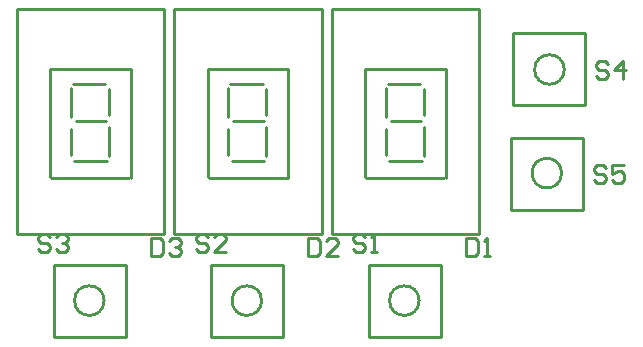
<source format=gto>
G04 Layer_Color=65535*
%FSLAX44Y44*%
%MOMM*%
G71*
G01*
G75*
%ADD11C,0.2540*%
D11*
X1687830Y1207100D02*
G03*
X1687830Y1207100I-12530J0D01*
G01*
X1690030Y1294800D02*
G03*
X1690030Y1294800I-12530J0D01*
G01*
X1567180Y1099150D02*
G03*
X1567180Y1099150I-12530J0D01*
G01*
X1433830D02*
G03*
X1433830Y1099150I-12530J0D01*
G01*
X1300480D02*
G03*
X1300480Y1099150I-12530J0D01*
G01*
X1645300Y1176100D02*
X1706300D01*
Y1237100D01*
X1645300D02*
X1706300D01*
X1645300Y1176100D02*
Y1237100D01*
X1646500Y1325800D02*
X1707500D01*
X1646500Y1264800D02*
Y1325800D01*
Y1264800D02*
X1707500D01*
Y1325800D01*
X1524650Y1068150D02*
X1585650D01*
Y1129150D01*
X1524650D02*
X1585650D01*
X1524650Y1068150D02*
Y1129150D01*
X1391300Y1068150D02*
X1452300D01*
Y1129150D01*
X1391300D02*
X1452300D01*
X1391300Y1068150D02*
Y1129150D01*
X1257950Y1068150D02*
X1318950D01*
Y1129150D01*
X1257950D02*
X1318950D01*
X1257950Y1068150D02*
Y1129150D01*
X1255014Y1203452D02*
Y1295400D01*
X1255522Y1202944D02*
X1321816D01*
X1323086D02*
Y1295400D01*
X1255014D02*
X1323086D01*
X1304290Y1221740D02*
Y1245870D01*
X1272286Y1222248D02*
Y1244092D01*
X1275080Y1217676D02*
X1302512D01*
X1274064Y1282954D02*
X1301496D01*
X1304290Y1256538D02*
Y1278382D01*
X1276350Y1251458D02*
X1302258D01*
X1272286Y1254760D02*
Y1278890D01*
X1226566Y1345766D02*
X1351566D01*
Y1155766D02*
Y1345766D01*
X1226566Y1155766D02*
X1351566D01*
X1226566D02*
Y1345766D01*
X1388364Y1203452D02*
Y1295400D01*
X1388872Y1202944D02*
X1455166D01*
X1456436D02*
Y1295400D01*
X1388364D02*
X1456436D01*
X1437640Y1221740D02*
Y1245870D01*
X1405636Y1222248D02*
Y1244092D01*
X1408430Y1217676D02*
X1435862D01*
X1407414Y1282954D02*
X1434846D01*
X1437640Y1256538D02*
Y1278382D01*
X1409700Y1251458D02*
X1435608D01*
X1405636Y1254760D02*
Y1278890D01*
X1359916Y1345766D02*
X1484916D01*
Y1155766D02*
Y1345766D01*
X1359916Y1155766D02*
X1484916D01*
X1359916D02*
Y1345766D01*
X1521714Y1203452D02*
Y1295400D01*
X1522222Y1202944D02*
X1588516D01*
X1589786D02*
Y1295400D01*
X1521714D02*
X1589786D01*
X1570990Y1221740D02*
Y1245870D01*
X1538986Y1222248D02*
Y1244092D01*
X1541780Y1217676D02*
X1569212D01*
X1540764Y1282954D02*
X1568196D01*
X1570990Y1256538D02*
Y1278382D01*
X1543050Y1251458D02*
X1568958D01*
X1538986Y1254760D02*
Y1278890D01*
X1493266Y1345766D02*
X1618266D01*
Y1155766D02*
Y1345766D01*
X1493266Y1155766D02*
X1618266D01*
X1493266D02*
Y1345766D01*
X1725673Y1211576D02*
X1723134Y1214115D01*
X1718055D01*
X1715516Y1211576D01*
Y1209037D01*
X1718055Y1206497D01*
X1723134D01*
X1725673Y1203958D01*
Y1201419D01*
X1723134Y1198880D01*
X1718055D01*
X1715516Y1201419D01*
X1740908Y1214115D02*
X1730751D01*
Y1206497D01*
X1735829Y1209037D01*
X1738369D01*
X1740908Y1206497D01*
Y1201419D01*
X1738369Y1198880D01*
X1733290D01*
X1730751Y1201419D01*
X1727197Y1299206D02*
X1724657Y1301745D01*
X1719579D01*
X1717040Y1299206D01*
Y1296667D01*
X1719579Y1294128D01*
X1724657D01*
X1727197Y1291588D01*
Y1289049D01*
X1724657Y1286510D01*
X1719579D01*
X1717040Y1289049D01*
X1739893Y1286510D02*
Y1301745D01*
X1732275Y1294128D01*
X1742432D01*
X1606550Y1151885D02*
Y1136650D01*
X1614167D01*
X1616707Y1139189D01*
Y1149346D01*
X1614167Y1151885D01*
X1606550D01*
X1621785Y1136650D02*
X1626863D01*
X1624324D01*
Y1151885D01*
X1621785Y1149346D01*
X1473200Y1151885D02*
Y1136650D01*
X1480818D01*
X1483357Y1139189D01*
Y1149346D01*
X1480818Y1151885D01*
X1473200D01*
X1498592Y1136650D02*
X1488435D01*
X1498592Y1146807D01*
Y1149346D01*
X1496053Y1151885D01*
X1490974D01*
X1488435Y1149346D01*
X1339850Y1151885D02*
Y1136650D01*
X1347467D01*
X1350007Y1139189D01*
Y1149346D01*
X1347467Y1151885D01*
X1339850D01*
X1355085Y1149346D02*
X1357624Y1151885D01*
X1362703D01*
X1365242Y1149346D01*
Y1146807D01*
X1362703Y1144268D01*
X1360163D01*
X1362703D01*
X1365242Y1141728D01*
Y1139189D01*
X1362703Y1136650D01*
X1357624D01*
X1355085Y1139189D01*
X1521711Y1152902D02*
X1519171Y1155441D01*
X1514093D01*
X1511554Y1152902D01*
Y1150363D01*
X1514093Y1147823D01*
X1519171D01*
X1521711Y1145284D01*
Y1142745D01*
X1519171Y1140206D01*
X1514093D01*
X1511554Y1142745D01*
X1526789Y1140206D02*
X1531867D01*
X1529328D01*
Y1155441D01*
X1526789Y1152902D01*
X1388361D02*
X1385822Y1155441D01*
X1380743D01*
X1378204Y1152902D01*
Y1150363D01*
X1380743Y1147823D01*
X1385822D01*
X1388361Y1145284D01*
Y1142745D01*
X1385822Y1140206D01*
X1380743D01*
X1378204Y1142745D01*
X1403596Y1140206D02*
X1393439D01*
X1403596Y1150363D01*
Y1152902D01*
X1401057Y1155441D01*
X1395978D01*
X1393439Y1152902D01*
X1255011D02*
X1252471Y1155441D01*
X1247393D01*
X1244854Y1152902D01*
Y1150363D01*
X1247393Y1147823D01*
X1252471D01*
X1255011Y1145284D01*
Y1142745D01*
X1252471Y1140206D01*
X1247393D01*
X1244854Y1142745D01*
X1260089Y1152902D02*
X1262628Y1155441D01*
X1267707D01*
X1270246Y1152902D01*
Y1150363D01*
X1267707Y1147823D01*
X1265167D01*
X1267707D01*
X1270246Y1145284D01*
Y1142745D01*
X1267707Y1140206D01*
X1262628D01*
X1260089Y1142745D01*
M02*

</source>
